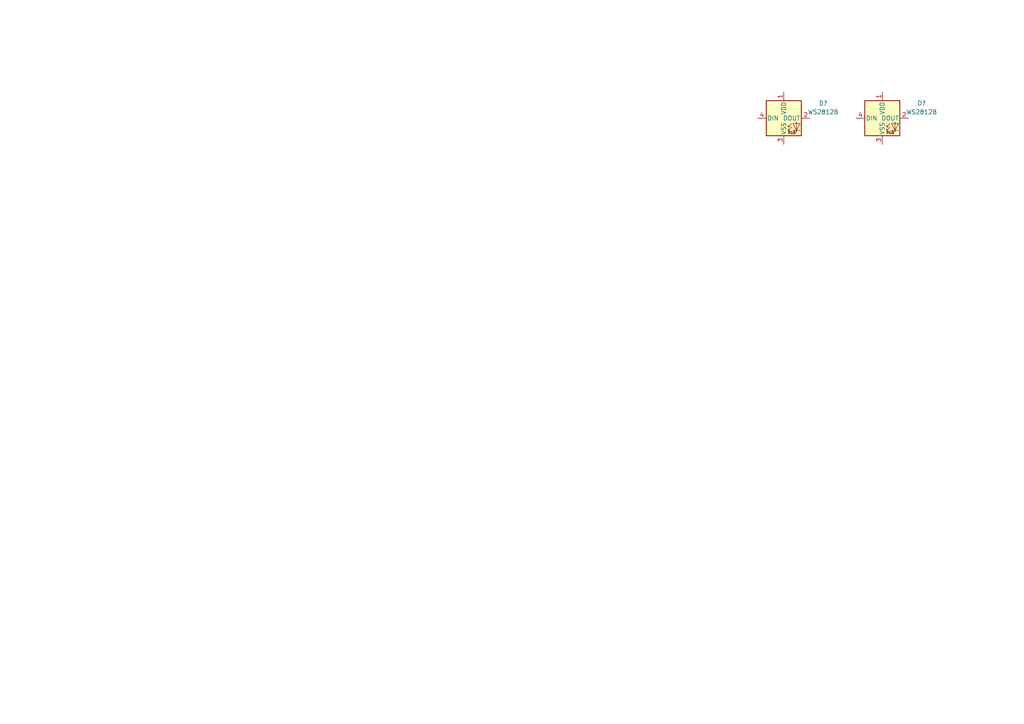
<source format=kicad_sch>
(kicad_sch (version 20211123) (generator eeschema)
  (paper "A4")
  (lib_symbols
    (symbol "LED:WS2812B" (pin_names (offset 0.254))
      (property "Reference" "D" (at 5.08 5.715 0))
      (property "Value" "WS2812B" (at 1.27 -5.715 0))
      (symbol "WS2812B_0_0"
        (text "RGB" (at 2.286 -4.191 0) (effects (font (size 0.762 0.762))))
      )
      (symbol "WS2812B_0_1"
        (polyline (pts (xy 1.27 -3.556) (xy 1.778 -3.556)))
        (polyline (pts (xy 1.27 -2.54) (xy 1.778 -2.54)))
        (polyline (pts (xy 4.699 -3.556) (xy 2.667 -3.556)))
        (polyline (pts (xy 2.286 -2.54) (xy 1.27 -3.556) (xy 1.27 -3.048)))
        (polyline (pts (xy 2.286 -1.524) (xy 1.27 -2.54) (xy 1.27 -2.032)))
        (polyline (pts (xy 3.683 -1.016) (xy 3.683 -3.556) (xy 3.683 -4.064)))
        (polyline (pts (xy 4.699 -1.524) (xy 2.667 -1.524) (xy 3.683 -3.556) (xy 4.699 -1.524)))
        (rectangle (start 5.08 5.08) (end -5.08 -5.08) (stroke (width 0.254)) (fill (type background)))
      )
      (symbol "WS2812B_1_1"
        (pin power_in line (at 0 7.62 270) (length 2.54) (name "VDD") (number "1"))
        (pin output line (at 7.62 0 180) (length 2.54) (name "DOUT") (number "2"))
        (pin power_in line (at 0 -7.62 90) (length 2.54) (name "VSS") (number "3"))
        (pin input line (at -7.62 0 0) (length 2.54) (name "DIN") (number "4"))
      )
    )
  )
  (symbol (lib_id "LED:WS2812B") (at 255.905 34.29 0) (unit 1)
    (property "Reference" "D?" (at 267.335 29.9593 0))
    (property "Value" "WS2812B" (at 267.335 32.4993 0))
    (property "Footprint" "LED_SMD:LED_WS2812B_PLCC4_5.0x5.0mm_P3.2mm" (effects hide))
    (property "Datasheet" "https://cdn-shop.adafruit.com/datasheets/WS2812B.pdf" (effects hide))
  )
  (symbol (lib_id "LED:WS2812B") (at 227.33 34.29 0) (unit 1)
    (property "Reference" "D?" (at 238.76 29.9593 0))
    (property "Value" "WS2812B" (at 238.76 32.4993 0))
    (property "Footprint" "LED_SMD:LED_WS2812B_PLCC4_5.0x5.0mm_P3.2mm" (effects hide))
    (property "Datasheet" "https://cdn-shop.adafruit.com/datasheets/WS2812B.pdf" (effects hide))
  )
)
</source>
